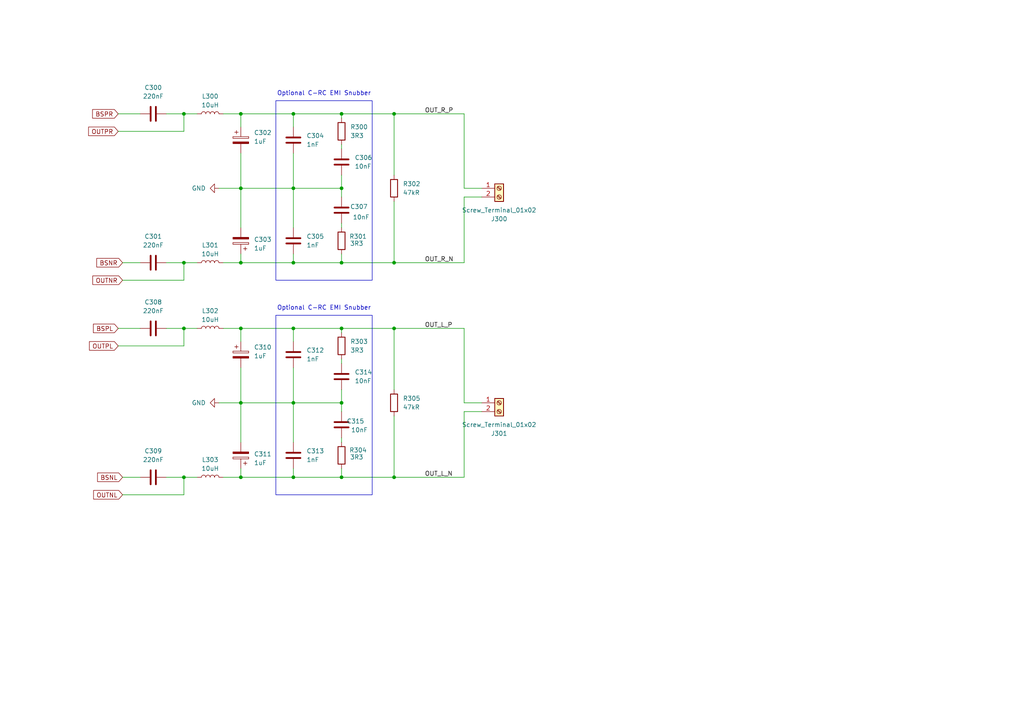
<source format=kicad_sch>
(kicad_sch (version 20231120) (generator "eeschema") (generator_version "8.0")
  (paper "A4")
  (lib_symbols
    (symbol "Connector:Screw_Terminal_01x02" (pin_names (offset 1.016) hide)
      (property "Reference" "J" (at 0 2.54 0))
      (property "Value" "Screw_Terminal_01x02" (at 0 -5.08 0))
      (symbol "Screw_Terminal_01x02_1_1"
        (rectangle (start -1.27 1.27) (end 1.27 -3.81) (stroke (width 0.254)) (fill (type background)))
        (circle (center 0 -2.54) (radius 0.635) (stroke (width 0.1524)))
        (polyline (pts (xy -0.5334 -2.2098) (xy 0.3302 -3.048)) (stroke (width 0.1524)))
        (polyline (pts (xy -0.5334 0.3302) (xy 0.3302 -0.508)) (stroke (width 0.1524)))
        (polyline (pts (xy -0.3556 -2.032) (xy 0.508 -2.8702)) (stroke (width 0.1524)))
        (polyline (pts (xy -0.3556 0.508) (xy 0.508 -0.3302)) (stroke (width 0.1524)))
        (circle (center 0 0) (radius 0.635) (stroke (width 0.1524)))
        (pin passive line (at -5.08 0 0) (length 3.81) (name "Pin_1") (number "1"))
        (pin passive line (at -5.08 -2.54 0) (length 3.81) (name "Pin_2") (number "2"))
      )
    )
    (symbol "Device:C" (pin_numbers hide) (pin_names (offset 0.254))
      (property "Reference" "C" (at 0.635 2.54 0))
      (property "Value" "C" (at 0.635 -2.54 0))
      (symbol "C_0_1"
        (polyline (pts (xy -2.032 -0.762) (xy 2.032 -0.762)) (stroke (width 0.508)))
        (polyline (pts (xy -2.032 0.762) (xy 2.032 0.762)) (stroke (width 0.508)))
      )
      (symbol "C_1_1"
        (pin passive line (at 0 3.81 270) (length 2.794) (name "~") (number "1"))
        (pin passive line (at 0 -3.81 90) (length 2.794) (name "~") (number "2"))
      )
    )
    (symbol "Device:C_Polarized" (pin_numbers hide) (pin_names (offset 0.254))
      (property "Reference" "C" (at 0.635 2.54 0))
      (property "Value" "C_Polarized" (at 0.635 -2.54 0))
      (symbol "C_Polarized_0_1"
        (rectangle (start -2.286 0.508) (end 2.286 1.016))
        (polyline (pts (xy -1.778 2.286) (xy -0.762 2.286)))
        (polyline (pts (xy -1.27 2.794) (xy -1.27 1.778)))
        (rectangle (start 2.286 -0.508) (end -2.286 -1.016) (fill (type outline)))
      )
      (symbol "C_Polarized_1_1"
        (pin passive line (at 0 3.81 270) (length 2.794) (name "~") (number "1"))
        (pin passive line (at 0 -3.81 90) (length 2.794) (name "~") (number "2"))
      )
    )
    (symbol "Device:L" (pin_numbers hide) (pin_names (offset 1.016) hide)
      (property "Reference" "L" (at -1.27 0 90))
      (property "Value" "L" (at 1.905 0 90))
      (symbol "L_0_1"
        (arc (start 0 -2.54) (mid 0.6323 -1.905) (end 0 -1.27))
        (arc (start 0 -1.27) (mid 0.6323 -0.635) (end 0 0))
        (arc (start 0 0) (mid 0.6323 0.635) (end 0 1.27))
        (arc (start 0 1.27) (mid 0.6323 1.905) (end 0 2.54))
      )
      (symbol "L_1_1"
        (pin passive line (at 0 3.81 270) (length 1.27) (name "1") (number "1"))
        (pin passive line (at 0 -3.81 90) (length 1.27) (name "2") (number "2"))
      )
    )
    (symbol "Device:R" (pin_numbers hide) (pin_names (offset 0))
      (property "Reference" "R" (at 2.032 0 90))
      (property "Value" "R" (at 0 0 90))
      (symbol "R_0_1"
        (rectangle (start -1.016 -2.54) (end 1.016 2.54) (stroke (width 0.254)))
      )
      (symbol "R_1_1"
        (pin passive line (at 0 3.81 270) (length 1.27) (name "~") (number "1"))
        (pin passive line (at 0 -3.81 90) (length 1.27) (name "~") (number "2"))
      )
    )
    (symbol "power:GND" (power) (pin_numbers hide) (pin_names (offset 0) hide)
      (property "Value" "GND" (at 0 -3.81 0))
      (symbol "GND_0_1"
        (polyline (pts (xy 0 0) (xy 0 -1.27) (xy 1.27 -1.27) (xy 0 -2.54) (xy -1.27 -1.27) (xy 0 -1.27)))
      )
      (symbol "GND_1_1"
        (pin power_in line (at 0 0 270) (length 0) (name "~") (number "1"))
      )
    )
  )
  (junction (at 69.85 138.43))
  (junction (at 85.09 76.2))
  (junction (at 114.3 138.43))
  (junction (at 99.06 54.61))
  (junction (at 99.06 116.84))
  (junction (at 53.34 138.43))
  (junction (at 69.85 54.61))
  (junction (at 85.09 33.02))
  (junction (at 53.34 33.02))
  (junction (at 99.06 76.2))
  (junction (at 99.06 33.02))
  (junction (at 99.06 138.43))
  (junction (at 69.85 76.2))
  (junction (at 99.06 95.25))
  (junction (at 69.85 95.25))
  (junction (at 114.3 95.25))
  (junction (at 69.85 33.02))
  (junction (at 114.3 33.02))
  (junction (at 53.34 95.25))
  (junction (at 85.09 95.25))
  (junction (at 53.34 76.2))
  (junction (at 85.09 116.84))
  (junction (at 114.3 76.2))
  (junction (at 85.09 54.61))
  (junction (at 85.09 138.43))
  (junction (at 69.85 116.84))
  (wire (pts (xy 69.85 44.45) (xy 69.85 54.61)))
  (wire (pts (xy 34.29 100.33) (xy 53.34 100.33)))
  (wire (pts (xy 85.09 33.02) (xy 99.06 33.02)))
  (wire (pts (xy 114.3 33.02) (xy 134.62 33.02)))
  (wire (pts (xy 85.09 54.61) (xy 99.06 54.61)))
  (wire (pts (xy 53.34 81.28) (xy 53.34 76.2)))
  (wire (pts (xy 69.85 138.43) (xy 85.09 138.43)))
  (wire (pts (xy 53.34 95.25) (xy 57.15 95.25)))
  (wire (pts (xy 63.5 54.61) (xy 69.85 54.61)))
  (wire (pts (xy 85.09 76.2) (xy 99.06 76.2)))
  (wire (pts (xy 85.09 95.25) (xy 85.09 99.06)))
  (wire (pts (xy 114.3 76.2) (xy 134.62 76.2)))
  (wire (pts (xy 99.06 95.25) (xy 99.06 96.52)))
  (wire (pts (xy 35.56 76.2) (xy 40.64 76.2)))
  (wire (pts (xy 53.34 76.2) (xy 57.15 76.2)))
  (wire (pts (xy 69.85 33.02) (xy 69.85 36.83)))
  (wire (pts (xy 134.62 54.61) (xy 139.7 54.61)))
  (wire (pts (xy 85.09 95.25) (xy 99.06 95.25)))
  (wire (pts (xy 99.06 127) (xy 99.06 128.27)))
  (wire (pts (xy 63.5 116.84) (xy 69.85 116.84)))
  (wire (pts (xy 99.06 138.43) (xy 99.06 135.89)))
  (wire (pts (xy 99.06 113.03) (xy 99.06 116.84)))
  (wire (pts (xy 114.3 138.43) (xy 99.06 138.43)))
  (wire (pts (xy 99.06 41.91) (xy 99.06 43.18)))
  (wire (pts (xy 134.62 33.02) (xy 134.62 54.61)))
  (wire (pts (xy 99.06 54.61) (xy 99.06 57.15)))
  (wire (pts (xy 99.06 33.02) (xy 99.06 34.29)))
  (wire (pts (xy 64.77 33.02) (xy 69.85 33.02)))
  (wire (pts (xy 64.77 95.25) (xy 69.85 95.25)))
  (wire (pts (xy 69.85 76.2) (xy 85.09 76.2)))
  (wire (pts (xy 114.3 95.25) (xy 134.62 95.25)))
  (wire (pts (xy 114.3 95.25) (xy 114.3 113.03)))
  (wire (pts (xy 85.09 116.84) (xy 99.06 116.84)))
  (wire (pts (xy 35.56 138.43) (xy 40.64 138.43)))
  (wire (pts (xy 85.09 76.2) (xy 85.09 73.66)))
  (wire (pts (xy 134.62 116.84) (xy 139.7 116.84)))
  (wire (pts (xy 53.34 33.02) (xy 57.15 33.02)))
  (wire (pts (xy 85.09 116.84) (xy 85.09 128.27)))
  (wire (pts (xy 134.62 57.15) (xy 134.62 76.2)))
  (wire (pts (xy 69.85 73.66) (xy 69.85 76.2)))
  (wire (pts (xy 99.06 116.84) (xy 99.06 119.38)))
  (wire (pts (xy 85.09 106.68) (xy 85.09 116.84)))
  (wire (pts (xy 85.09 54.61) (xy 85.09 66.04)))
  (wire (pts (xy 69.85 116.84) (xy 69.85 128.27)))
  (wire (pts (xy 34.29 95.25) (xy 40.64 95.25)))
  (wire (pts (xy 85.09 138.43) (xy 85.09 135.89)))
  (wire (pts (xy 69.85 95.25) (xy 85.09 95.25)))
  (wire (pts (xy 53.34 138.43) (xy 57.15 138.43)))
  (wire (pts (xy 134.62 57.15) (xy 139.7 57.15)))
  (wire (pts (xy 114.3 33.02) (xy 114.3 50.8)))
  (wire (pts (xy 34.29 33.02) (xy 40.64 33.02)))
  (wire (pts (xy 64.77 138.43) (xy 69.85 138.43)))
  (wire (pts (xy 85.09 116.84) (xy 69.85 116.84)))
  (wire (pts (xy 134.62 119.38) (xy 134.62 138.43)))
  (wire (pts (xy 85.09 44.45) (xy 85.09 54.61)))
  (wire (pts (xy 114.3 138.43) (xy 134.62 138.43)))
  (wire (pts (xy 53.34 95.25) (xy 48.26 95.25)))
  (wire (pts (xy 35.56 143.51) (xy 53.34 143.51)))
  (wire (pts (xy 48.26 138.43) (xy 53.34 138.43)))
  (wire (pts (xy 134.62 119.38) (xy 139.7 119.38)))
  (wire (pts (xy 69.85 33.02) (xy 85.09 33.02)))
  (wire (pts (xy 69.85 135.89) (xy 69.85 138.43)))
  (wire (pts (xy 69.85 106.68) (xy 69.85 116.84)))
  (wire (pts (xy 48.26 76.2) (xy 53.34 76.2)))
  (wire (pts (xy 64.77 76.2) (xy 69.85 76.2)))
  (wire (pts (xy 53.34 143.51) (xy 53.34 138.43)))
  (wire (pts (xy 114.3 76.2) (xy 99.06 76.2)))
  (wire (pts (xy 99.06 95.25) (xy 114.3 95.25)))
  (wire (pts (xy 99.06 50.8) (xy 99.06 54.61)))
  (wire (pts (xy 34.29 38.1) (xy 53.34 38.1)))
  (wire (pts (xy 99.06 104.14) (xy 99.06 105.41)))
  (wire (pts (xy 114.3 58.42) (xy 114.3 76.2)))
  (wire (pts (xy 85.09 54.61) (xy 69.85 54.61)))
  (wire (pts (xy 99.06 64.77) (xy 99.06 66.04)))
  (wire (pts (xy 114.3 120.65) (xy 114.3 138.43)))
  (wire (pts (xy 53.34 100.33) (xy 53.34 95.25)))
  (wire (pts (xy 53.34 33.02) (xy 48.26 33.02)))
  (wire (pts (xy 99.06 33.02) (xy 114.3 33.02)))
  (wire (pts (xy 35.56 81.28) (xy 53.34 81.28)))
  (wire (pts (xy 134.62 95.25) (xy 134.62 116.84)))
  (wire (pts (xy 53.34 38.1) (xy 53.34 33.02)))
  (wire (pts (xy 99.06 76.2) (xy 99.06 73.66)))
  (wire (pts (xy 85.09 33.02) (xy 85.09 36.83)))
  (wire (pts (xy 69.85 54.61) (xy 69.85 66.04)))
  (wire (pts (xy 85.09 138.43) (xy 99.06 138.43)))
  (wire (pts (xy 69.85 95.25) (xy 69.85 99.06)))
  (rectangle (start 80.01 91.44) (end 107.95 143.51))
  (rectangle (start 80.01 29.21) (end 107.95 81.28))
  (text "Optional C-RC EMI Snubber" (at 93.98 27.178 0) (effects (font (size 1.27 1.27))))
  (text "Optional C-RC EMI Snubber" (at 93.98 89.408 0) (effects (font (size 1.27 1.27))))
  (label "OUT_L_N" (at 123.19 138.43 0))
  (label "OUT_L_P" (at 123.19 95.25 0))
  (label "OUT_R_N" (at 123.19 76.2 0))
  (label "OUT_R_P" (at 123.19 33.02 0))
  (global_label "BSPR" (shape input) (at 34.29 33.02 180) (property "Intersheetrefs" "${INTERSHEET_REFS}" (effects (hide yes))))
  (global_label "BSNL" (shape input) (at 35.56 138.43 180) (property "Intersheetrefs" "${INTERSHEET_REFS}" (effects (hide yes))))
  (global_label "OUTNL" (shape input) (at 35.56 143.51 180) (property "Intersheetrefs" "${INTERSHEET_REFS}" (effects (hide yes))))
  (global_label "BSNR" (shape input) (at 35.56 76.2 180) (property "Intersheetrefs" "${INTERSHEET_REFS}" (effects (hide yes))))
  (global_label "BSPL" (shape input) (at 34.29 95.25 180) (property "Intersheetrefs" "${INTERSHEET_REFS}" (effects (hide yes))))
  (global_label "OUTPR" (shape input) (at 34.29 38.1 180) (property "Intersheetrefs" "${INTERSHEET_REFS}" (effects (hide yes))))
  (global_label "OUTNR" (shape input) (at 35.56 81.28 180) (property "Intersheetrefs" "${INTERSHEET_REFS}" (effects (hide yes))))
  (global_label "OUTPL" (shape input) (at 34.29 100.33 180) (property "Intersheetrefs" "${INTERSHEET_REFS}" (effects (hide yes))))
  (symbol (lib_id "Device:L") (at 60.96 33.02 90) (unit 1)
    (property "Reference" "L300" (at 60.96 27.94 90))
    (property "Value" "10uH" (at 60.96 30.48 90))
    (property "Description" "Inductor" (effects (hide yes)))
  )
  (symbol (lib_id "Device:C") (at 85.09 132.08 0) (unit 1)
    (property "Reference" "C313" (at 88.9 130.8099 0) (effects (justify left)))
    (property "Value" "1nF" (at 88.9 133.3499 0) (effects (justify left)))
    (property "Description" "Unpolarized capacitor" (effects (hide yes)))
  )
  (symbol (lib_id "Device:C") (at 44.45 33.02 90) (unit 1)
    (property "Reference" "C300" (at 44.45 25.4 90))
    (property "Value" "220nF" (at 44.45 27.94 90))
    (property "Description" "Unpolarized capacitor" (effects (hide yes)))
  )
  (symbol (lib_id "Device:L") (at 60.96 95.25 90) (unit 1)
    (property "Reference" "L302" (at 60.96 90.17 90))
    (property "Value" "10uH" (at 60.96 92.71 90))
    (property "Description" "Inductor" (effects (hide yes)))
  )
  (symbol (lib_id "Device:R") (at 99.06 100.33 0) (unit 1)
    (property "Reference" "R303" (at 101.6 99.0599 0) (effects (justify left)))
    (property "Value" "3R3" (at 101.6 101.5999 0) (effects (justify left)))
    (property "Description" "Resistor" (effects (hide yes)))
  )
  (symbol (lib_id "power:GND") (at 63.5 54.61 270) (unit 1)
    (property "Reference" "#PWR016" (effects (hide yes)))
    (property "Value" "GND" (at 59.69 54.6099 90) (effects (justify right)))
    (property "Description" "Power symbol creates a global label with name \"GND\" , ground" (effects (hide yes)))
  )
  (symbol (lib_id "Device:R") (at 99.06 38.1 0) (unit 1)
    (property "Reference" "R300" (at 101.6 36.8299 0) (effects (justify left)))
    (property "Value" "3R3" (at 101.6 39.3699 0) (effects (justify left)))
    (property "Description" "Resistor" (effects (hide yes)))
  )
  (symbol (lib_id "Device:C") (at 44.45 138.43 90) (unit 1)
    (property "Reference" "C309" (at 44.45 130.81 90))
    (property "Value" "220nF" (at 44.45 133.35 90))
    (property "Description" "Unpolarized capacitor" (effects (hide yes)))
  )
  (symbol (lib_id "Device:C") (at 99.06 46.99 0) (unit 1)
    (property "Reference" "C306" (at 102.87 45.7199 0) (effects (justify left)))
    (property "Value" "10nF" (at 102.87 48.2599 0) (effects (justify left)))
    (property "Description" "Unpolarized capacitor" (effects (hide yes)))
  )
  (symbol (lib_id "Device:L") (at 60.96 76.2 90) (unit 1)
    (property "Reference" "L301" (at 60.96 71.12 90))
    (property "Value" "10uH" (at 60.96 73.66 90))
    (property "Description" "Inductor" (effects (hide yes)))
  )
  (symbol (lib_id "Device:C") (at 44.45 76.2 90) (unit 1)
    (property "Reference" "C301" (at 44.45 68.58 90))
    (property "Value" "220nF" (at 44.45 71.12 90))
    (property "Description" "Unpolarized capacitor" (effects (hide yes)))
  )
  (symbol (lib_id "Device:C") (at 99.06 60.96 180) (unit 1)
    (property "Reference" "C307" (at 106.68 59.944 0) (effects (justify left)))
    (property "Value" "10nF" (at 107.188 62.992 0) (effects (justify left)))
    (property "Description" "Unpolarized capacitor" (effects (hide yes)))
  )
  (symbol (lib_id "Device:C_Polarized") (at 69.85 102.87 0) (unit 1)
    (property "Reference" "C310" (at 73.66 100.7109 0) (effects (justify left)))
    (property "Value" "1uF" (at 73.66 103.2509 0) (effects (justify left)))
    (property "Description" "Polarized capacitor" (effects (hide yes)))
  )
  (symbol (lib_id "Device:R") (at 114.3 54.61 0) (unit 1)
    (property "Reference" "R302" (at 116.84 53.3399 0) (effects (justify left)))
    (property "Value" "47kR" (at 116.84 55.8799 0) (effects (justify left)))
    (property "Description" "Resistor" (effects (hide yes)))
  )
  (symbol (lib_id "Device:R") (at 114.3 116.84 0) (unit 1)
    (property "Reference" "R305" (at 116.84 115.5699 0) (effects (justify left)))
    (property "Value" "47kR" (at 116.84 118.1099 0) (effects (justify left)))
    (property "Description" "Resistor" (effects (hide yes)))
  )
  (symbol (lib_id "power:GND") (at 63.5 116.84 270) (unit 1)
    (property "Reference" "#PWR03" (effects (hide yes)))
    (property "Value" "GND" (at 59.69 116.8399 90) (effects (justify right)))
    (property "Description" "Power symbol creates a global label with name \"GND\" , ground" (effects (hide yes)))
  )
  (symbol (lib_id "Device:C") (at 85.09 40.64 0) (unit 1)
    (property "Reference" "C304" (at 88.9 39.3699 0) (effects (justify left)))
    (property "Value" "1nF" (at 88.9 41.9099 0) (effects (justify left)))
    (property "Description" "Unpolarized capacitor" (effects (hide yes)))
  )
  (symbol (lib_id "Device:C") (at 85.09 102.87 0) (unit 1)
    (property "Reference" "C312" (at 88.9 101.5999 0) (effects (justify left)))
    (property "Value" "1nF" (at 88.9 104.1399 0) (effects (justify left)))
    (property "Description" "Unpolarized capacitor" (effects (hide yes)))
  )
  (symbol (lib_id "Device:C_Polarized") (at 69.85 69.85 180) (unit 1)
    (property "Reference" "C303" (at 73.66 69.4689 0) (effects (justify right)))
    (property "Value" "1uF" (at 73.66 72.0089 0) (effects (justify right)))
    (property "Description" "Polarized capacitor" (effects (hide yes)))
  )
  (symbol (lib_id "Device:C_Polarized") (at 69.85 132.08 180) (unit 1)
    (property "Reference" "C311" (at 73.66 131.6989 0) (effects (justify right)))
    (property "Value" "1uF" (at 73.66 134.2389 0) (effects (justify right)))
    (property "Description" "Polarized capacitor" (effects (hide yes)))
  )
  (symbol (lib_id "Device:C") (at 44.45 95.25 90) (unit 1)
    (property "Reference" "C308" (at 44.45 87.63 90))
    (property "Value" "220nF" (at 44.45 90.17 90))
    (property "Description" "Unpolarized capacitor" (effects (hide yes)))
  )
  (symbol (lib_id "Device:R") (at 99.06 132.08 180) (unit 1)
    (property "Reference" "R304" (at 106.426 130.556 0) (effects (justify left)))
    (property "Value" "3R3" (at 105.41 132.588 0) (effects (justify left)))
    (property "Description" "Resistor" (effects (hide yes)))
  )
  (symbol (lib_id "Device:C") (at 99.06 123.19 180) (unit 1)
    (property "Reference" "C315" (at 105.664 122.174 0) (effects (justify left)))
    (property "Value" "10nF" (at 106.68 124.714 0) (effects (justify left)))
    (property "Description" "Unpolarized capacitor" (effects (hide yes)))
  )
  (symbol (lib_id "Device:L") (at 60.96 138.43 90) (unit 1)
    (property "Reference" "L303" (at 60.96 133.35 90))
    (property "Value" "10uH" (at 60.96 135.89 90))
    (property "Description" "Inductor" (effects (hide yes)))
  )
  (symbol (lib_id "Connector:Screw_Terminal_01x02") (at 144.78 116.84 0) (unit 1)
    (property "Reference" "J301" (at 144.78 125.73 0))
    (property "Value" "Screw_Terminal_01x02" (at 144.78 123.19 0))
    (property "Footprint" "TerminalBlock:TerminalBlock_bornier-2_P5.08mm" (effects (hide yes)))
    (property "Description" "Generic screw terminal, single row, 01x02, script generated (kicad-library-utils/schlib/autogen/connector/)" (effects (hide yes)))
  )
  (symbol (lib_id "Device:C") (at 99.06 109.22 0) (unit 1)
    (property "Reference" "C314" (at 102.87 107.9499 0) (effects (justify left)))
    (property "Value" "10nF" (at 102.87 110.4899 0) (effects (justify left)))
    (property "Description" "Unpolarized capacitor" (effects (hide yes)))
  )
  (symbol (lib_id "Device:C_Polarized") (at 69.85 40.64 0) (unit 1)
    (property "Reference" "C302" (at 73.66 38.4809 0) (effects (justify left)))
    (property "Value" "1uF" (at 73.66 41.0209 0) (effects (justify left)))
    (property "Description" "Polarized capacitor" (effects (hide yes)))
  )
  (symbol (lib_id "Connector:Screw_Terminal_01x02") (at 144.78 54.61 0) (unit 1)
    (property "Reference" "J300" (at 144.78 63.5 0))
    (property "Value" "Screw_Terminal_01x02" (at 144.78 60.96 0))
    (property "Footprint" "TerminalBlock:TerminalBlock_bornier-2_P5.08mm" (effects (hide yes)))
    (property "Description" "Generic screw terminal, single row, 01x02, script generated (kicad-library-utils/schlib/autogen/connector/)" (effects (hide yes)))
  )
  (symbol (lib_id "Device:R") (at 99.06 69.85 180) (unit 1)
    (property "Reference" "R301" (at 106.426 68.58 0) (effects (justify left)))
    (property "Value" "3R3" (at 105.41 70.612 0) (effects (justify left)))
    (property "Description" "Resistor" (effects (hide yes)))
  )
  (symbol (lib_id "Device:C") (at 85.09 69.85 0) (unit 1)
    (property "Reference" "C305" (at 88.9 68.5799 0) (effects (justify left)))
    (property "Value" "1nF" (at 88.9 71.1199 0) (effects (justify left)))
    (property "Description" "Unpolarized capacitor" (effects (hide yes)))
  )
)
</source>
